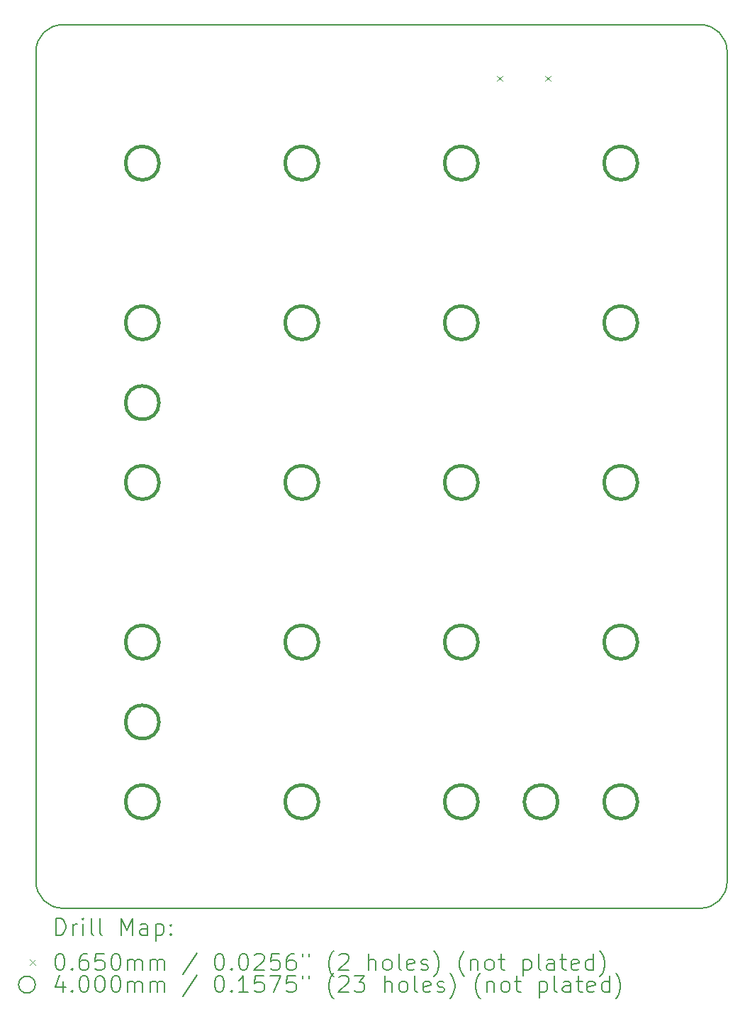
<source format=gbr>
%TF.GenerationSoftware,KiCad,Pcbnew,7.0.2*%
%TF.CreationDate,2023-08-22T20:03:16-07:00*%
%TF.ProjectId,4x5Macro-Numpad-USBC,3478354d-6163-4726-9f2d-4e756d706164,rev?*%
%TF.SameCoordinates,Original*%
%TF.FileFunction,Drillmap*%
%TF.FilePolarity,Positive*%
%FSLAX45Y45*%
G04 Gerber Fmt 4.5, Leading zero omitted, Abs format (unit mm)*
G04 Created by KiCad (PCBNEW 7.0.2) date 2023-08-22 20:03:16*
%MOMM*%
%LPD*%
G01*
G04 APERTURE LIST*
%ADD10C,0.150000*%
%ADD11C,0.200000*%
%ADD12C,0.065000*%
%ADD13C,0.400000*%
G04 APERTURE END LIST*
D10*
X19304000Y-3492500D02*
G75*
G03*
X18986500Y-3175000I-317500J0D01*
G01*
X11049000Y-13398500D02*
X11049000Y-3492500D01*
X11049000Y-13398500D02*
G75*
G03*
X11366500Y-13716000I317500J0D01*
G01*
X18986500Y-13716000D02*
G75*
G03*
X19304000Y-13398500I0J317500D01*
G01*
X19304000Y-3492500D02*
X19304000Y-13398500D01*
X18986500Y-13716000D02*
X11366500Y-13716000D01*
X11366500Y-3175000D02*
X18986500Y-3175000D01*
X11366500Y-3175000D02*
G75*
G03*
X11049000Y-3492500I0J-317500D01*
G01*
D11*
D12*
X16555500Y-3784000D02*
X16620500Y-3849000D01*
X16620500Y-3784000D02*
X16555500Y-3849000D01*
X17133500Y-3784000D02*
X17198500Y-3849000D01*
X17198500Y-3784000D02*
X17133500Y-3849000D01*
D13*
X12519000Y-4826000D02*
G75*
G03*
X12519000Y-4826000I-200000J0D01*
G01*
X12519000Y-6731000D02*
G75*
G03*
X12519000Y-6731000I-200000J0D01*
G01*
X12519000Y-7683500D02*
G75*
G03*
X12519000Y-7683500I-200000J0D01*
G01*
X12519000Y-8636000D02*
G75*
G03*
X12519000Y-8636000I-200000J0D01*
G01*
X12519000Y-10541000D02*
G75*
G03*
X12519000Y-10541000I-200000J0D01*
G01*
X12519000Y-11493500D02*
G75*
G03*
X12519000Y-11493500I-200000J0D01*
G01*
X12519000Y-12446000D02*
G75*
G03*
X12519000Y-12446000I-200000J0D01*
G01*
X14424000Y-4826000D02*
G75*
G03*
X14424000Y-4826000I-200000J0D01*
G01*
X14424000Y-6731000D02*
G75*
G03*
X14424000Y-6731000I-200000J0D01*
G01*
X14424000Y-8636000D02*
G75*
G03*
X14424000Y-8636000I-200000J0D01*
G01*
X14424000Y-10541000D02*
G75*
G03*
X14424000Y-10541000I-200000J0D01*
G01*
X14424000Y-12446000D02*
G75*
G03*
X14424000Y-12446000I-200000J0D01*
G01*
X16329000Y-4826000D02*
G75*
G03*
X16329000Y-4826000I-200000J0D01*
G01*
X16329000Y-6731000D02*
G75*
G03*
X16329000Y-6731000I-200000J0D01*
G01*
X16329000Y-8636000D02*
G75*
G03*
X16329000Y-8636000I-200000J0D01*
G01*
X16329000Y-10541000D02*
G75*
G03*
X16329000Y-10541000I-200000J0D01*
G01*
X16329000Y-12446000D02*
G75*
G03*
X16329000Y-12446000I-200000J0D01*
G01*
X17281500Y-12446000D02*
G75*
G03*
X17281500Y-12446000I-200000J0D01*
G01*
X18234000Y-4826000D02*
G75*
G03*
X18234000Y-4826000I-200000J0D01*
G01*
X18234000Y-6731000D02*
G75*
G03*
X18234000Y-6731000I-200000J0D01*
G01*
X18234000Y-8636000D02*
G75*
G03*
X18234000Y-8636000I-200000J0D01*
G01*
X18234000Y-10541000D02*
G75*
G03*
X18234000Y-10541000I-200000J0D01*
G01*
X18234000Y-12446000D02*
G75*
G03*
X18234000Y-12446000I-200000J0D01*
G01*
D11*
X11289119Y-14036024D02*
X11289119Y-13836024D01*
X11289119Y-13836024D02*
X11336738Y-13836024D01*
X11336738Y-13836024D02*
X11365309Y-13845548D01*
X11365309Y-13845548D02*
X11384357Y-13864595D01*
X11384357Y-13864595D02*
X11393881Y-13883643D01*
X11393881Y-13883643D02*
X11403405Y-13921738D01*
X11403405Y-13921738D02*
X11403405Y-13950309D01*
X11403405Y-13950309D02*
X11393881Y-13988405D01*
X11393881Y-13988405D02*
X11384357Y-14007452D01*
X11384357Y-14007452D02*
X11365309Y-14026500D01*
X11365309Y-14026500D02*
X11336738Y-14036024D01*
X11336738Y-14036024D02*
X11289119Y-14036024D01*
X11489119Y-14036024D02*
X11489119Y-13902690D01*
X11489119Y-13940786D02*
X11498643Y-13921738D01*
X11498643Y-13921738D02*
X11508167Y-13912214D01*
X11508167Y-13912214D02*
X11527214Y-13902690D01*
X11527214Y-13902690D02*
X11546262Y-13902690D01*
X11612928Y-14036024D02*
X11612928Y-13902690D01*
X11612928Y-13836024D02*
X11603405Y-13845548D01*
X11603405Y-13845548D02*
X11612928Y-13855071D01*
X11612928Y-13855071D02*
X11622452Y-13845548D01*
X11622452Y-13845548D02*
X11612928Y-13836024D01*
X11612928Y-13836024D02*
X11612928Y-13855071D01*
X11736738Y-14036024D02*
X11717690Y-14026500D01*
X11717690Y-14026500D02*
X11708167Y-14007452D01*
X11708167Y-14007452D02*
X11708167Y-13836024D01*
X11841500Y-14036024D02*
X11822452Y-14026500D01*
X11822452Y-14026500D02*
X11812928Y-14007452D01*
X11812928Y-14007452D02*
X11812928Y-13836024D01*
X12070071Y-14036024D02*
X12070071Y-13836024D01*
X12070071Y-13836024D02*
X12136738Y-13978881D01*
X12136738Y-13978881D02*
X12203405Y-13836024D01*
X12203405Y-13836024D02*
X12203405Y-14036024D01*
X12384357Y-14036024D02*
X12384357Y-13931262D01*
X12384357Y-13931262D02*
X12374833Y-13912214D01*
X12374833Y-13912214D02*
X12355786Y-13902690D01*
X12355786Y-13902690D02*
X12317690Y-13902690D01*
X12317690Y-13902690D02*
X12298643Y-13912214D01*
X12384357Y-14026500D02*
X12365309Y-14036024D01*
X12365309Y-14036024D02*
X12317690Y-14036024D01*
X12317690Y-14036024D02*
X12298643Y-14026500D01*
X12298643Y-14026500D02*
X12289119Y-14007452D01*
X12289119Y-14007452D02*
X12289119Y-13988405D01*
X12289119Y-13988405D02*
X12298643Y-13969357D01*
X12298643Y-13969357D02*
X12317690Y-13959833D01*
X12317690Y-13959833D02*
X12365309Y-13959833D01*
X12365309Y-13959833D02*
X12384357Y-13950309D01*
X12479595Y-13902690D02*
X12479595Y-14102690D01*
X12479595Y-13912214D02*
X12498643Y-13902690D01*
X12498643Y-13902690D02*
X12536738Y-13902690D01*
X12536738Y-13902690D02*
X12555786Y-13912214D01*
X12555786Y-13912214D02*
X12565309Y-13921738D01*
X12565309Y-13921738D02*
X12574833Y-13940786D01*
X12574833Y-13940786D02*
X12574833Y-13997928D01*
X12574833Y-13997928D02*
X12565309Y-14016976D01*
X12565309Y-14016976D02*
X12555786Y-14026500D01*
X12555786Y-14026500D02*
X12536738Y-14036024D01*
X12536738Y-14036024D02*
X12498643Y-14036024D01*
X12498643Y-14036024D02*
X12479595Y-14026500D01*
X12660548Y-14016976D02*
X12670071Y-14026500D01*
X12670071Y-14026500D02*
X12660548Y-14036024D01*
X12660548Y-14036024D02*
X12651024Y-14026500D01*
X12651024Y-14026500D02*
X12660548Y-14016976D01*
X12660548Y-14016976D02*
X12660548Y-14036024D01*
X12660548Y-13912214D02*
X12670071Y-13921738D01*
X12670071Y-13921738D02*
X12660548Y-13931262D01*
X12660548Y-13931262D02*
X12651024Y-13921738D01*
X12651024Y-13921738D02*
X12660548Y-13912214D01*
X12660548Y-13912214D02*
X12660548Y-13931262D01*
D12*
X10976500Y-14331000D02*
X11041500Y-14396000D01*
X11041500Y-14331000D02*
X10976500Y-14396000D01*
D11*
X11327214Y-14256024D02*
X11346262Y-14256024D01*
X11346262Y-14256024D02*
X11365309Y-14265548D01*
X11365309Y-14265548D02*
X11374833Y-14275071D01*
X11374833Y-14275071D02*
X11384357Y-14294119D01*
X11384357Y-14294119D02*
X11393881Y-14332214D01*
X11393881Y-14332214D02*
X11393881Y-14379833D01*
X11393881Y-14379833D02*
X11384357Y-14417928D01*
X11384357Y-14417928D02*
X11374833Y-14436976D01*
X11374833Y-14436976D02*
X11365309Y-14446500D01*
X11365309Y-14446500D02*
X11346262Y-14456024D01*
X11346262Y-14456024D02*
X11327214Y-14456024D01*
X11327214Y-14456024D02*
X11308167Y-14446500D01*
X11308167Y-14446500D02*
X11298643Y-14436976D01*
X11298643Y-14436976D02*
X11289119Y-14417928D01*
X11289119Y-14417928D02*
X11279595Y-14379833D01*
X11279595Y-14379833D02*
X11279595Y-14332214D01*
X11279595Y-14332214D02*
X11289119Y-14294119D01*
X11289119Y-14294119D02*
X11298643Y-14275071D01*
X11298643Y-14275071D02*
X11308167Y-14265548D01*
X11308167Y-14265548D02*
X11327214Y-14256024D01*
X11479595Y-14436976D02*
X11489119Y-14446500D01*
X11489119Y-14446500D02*
X11479595Y-14456024D01*
X11479595Y-14456024D02*
X11470071Y-14446500D01*
X11470071Y-14446500D02*
X11479595Y-14436976D01*
X11479595Y-14436976D02*
X11479595Y-14456024D01*
X11660548Y-14256024D02*
X11622452Y-14256024D01*
X11622452Y-14256024D02*
X11603405Y-14265548D01*
X11603405Y-14265548D02*
X11593881Y-14275071D01*
X11593881Y-14275071D02*
X11574833Y-14303643D01*
X11574833Y-14303643D02*
X11565309Y-14341738D01*
X11565309Y-14341738D02*
X11565309Y-14417928D01*
X11565309Y-14417928D02*
X11574833Y-14436976D01*
X11574833Y-14436976D02*
X11584357Y-14446500D01*
X11584357Y-14446500D02*
X11603405Y-14456024D01*
X11603405Y-14456024D02*
X11641500Y-14456024D01*
X11641500Y-14456024D02*
X11660548Y-14446500D01*
X11660548Y-14446500D02*
X11670071Y-14436976D01*
X11670071Y-14436976D02*
X11679595Y-14417928D01*
X11679595Y-14417928D02*
X11679595Y-14370309D01*
X11679595Y-14370309D02*
X11670071Y-14351262D01*
X11670071Y-14351262D02*
X11660548Y-14341738D01*
X11660548Y-14341738D02*
X11641500Y-14332214D01*
X11641500Y-14332214D02*
X11603405Y-14332214D01*
X11603405Y-14332214D02*
X11584357Y-14341738D01*
X11584357Y-14341738D02*
X11574833Y-14351262D01*
X11574833Y-14351262D02*
X11565309Y-14370309D01*
X11860548Y-14256024D02*
X11765309Y-14256024D01*
X11765309Y-14256024D02*
X11755786Y-14351262D01*
X11755786Y-14351262D02*
X11765309Y-14341738D01*
X11765309Y-14341738D02*
X11784357Y-14332214D01*
X11784357Y-14332214D02*
X11831976Y-14332214D01*
X11831976Y-14332214D02*
X11851024Y-14341738D01*
X11851024Y-14341738D02*
X11860548Y-14351262D01*
X11860548Y-14351262D02*
X11870071Y-14370309D01*
X11870071Y-14370309D02*
X11870071Y-14417928D01*
X11870071Y-14417928D02*
X11860548Y-14436976D01*
X11860548Y-14436976D02*
X11851024Y-14446500D01*
X11851024Y-14446500D02*
X11831976Y-14456024D01*
X11831976Y-14456024D02*
X11784357Y-14456024D01*
X11784357Y-14456024D02*
X11765309Y-14446500D01*
X11765309Y-14446500D02*
X11755786Y-14436976D01*
X11993881Y-14256024D02*
X12012929Y-14256024D01*
X12012929Y-14256024D02*
X12031976Y-14265548D01*
X12031976Y-14265548D02*
X12041500Y-14275071D01*
X12041500Y-14275071D02*
X12051024Y-14294119D01*
X12051024Y-14294119D02*
X12060548Y-14332214D01*
X12060548Y-14332214D02*
X12060548Y-14379833D01*
X12060548Y-14379833D02*
X12051024Y-14417928D01*
X12051024Y-14417928D02*
X12041500Y-14436976D01*
X12041500Y-14436976D02*
X12031976Y-14446500D01*
X12031976Y-14446500D02*
X12012929Y-14456024D01*
X12012929Y-14456024D02*
X11993881Y-14456024D01*
X11993881Y-14456024D02*
X11974833Y-14446500D01*
X11974833Y-14446500D02*
X11965309Y-14436976D01*
X11965309Y-14436976D02*
X11955786Y-14417928D01*
X11955786Y-14417928D02*
X11946262Y-14379833D01*
X11946262Y-14379833D02*
X11946262Y-14332214D01*
X11946262Y-14332214D02*
X11955786Y-14294119D01*
X11955786Y-14294119D02*
X11965309Y-14275071D01*
X11965309Y-14275071D02*
X11974833Y-14265548D01*
X11974833Y-14265548D02*
X11993881Y-14256024D01*
X12146262Y-14456024D02*
X12146262Y-14322690D01*
X12146262Y-14341738D02*
X12155786Y-14332214D01*
X12155786Y-14332214D02*
X12174833Y-14322690D01*
X12174833Y-14322690D02*
X12203405Y-14322690D01*
X12203405Y-14322690D02*
X12222452Y-14332214D01*
X12222452Y-14332214D02*
X12231976Y-14351262D01*
X12231976Y-14351262D02*
X12231976Y-14456024D01*
X12231976Y-14351262D02*
X12241500Y-14332214D01*
X12241500Y-14332214D02*
X12260548Y-14322690D01*
X12260548Y-14322690D02*
X12289119Y-14322690D01*
X12289119Y-14322690D02*
X12308167Y-14332214D01*
X12308167Y-14332214D02*
X12317690Y-14351262D01*
X12317690Y-14351262D02*
X12317690Y-14456024D01*
X12412929Y-14456024D02*
X12412929Y-14322690D01*
X12412929Y-14341738D02*
X12422452Y-14332214D01*
X12422452Y-14332214D02*
X12441500Y-14322690D01*
X12441500Y-14322690D02*
X12470071Y-14322690D01*
X12470071Y-14322690D02*
X12489119Y-14332214D01*
X12489119Y-14332214D02*
X12498643Y-14351262D01*
X12498643Y-14351262D02*
X12498643Y-14456024D01*
X12498643Y-14351262D02*
X12508167Y-14332214D01*
X12508167Y-14332214D02*
X12527214Y-14322690D01*
X12527214Y-14322690D02*
X12555786Y-14322690D01*
X12555786Y-14322690D02*
X12574833Y-14332214D01*
X12574833Y-14332214D02*
X12584357Y-14351262D01*
X12584357Y-14351262D02*
X12584357Y-14456024D01*
X12974833Y-14246500D02*
X12803405Y-14503643D01*
X13231976Y-14256024D02*
X13251024Y-14256024D01*
X13251024Y-14256024D02*
X13270072Y-14265548D01*
X13270072Y-14265548D02*
X13279595Y-14275071D01*
X13279595Y-14275071D02*
X13289119Y-14294119D01*
X13289119Y-14294119D02*
X13298643Y-14332214D01*
X13298643Y-14332214D02*
X13298643Y-14379833D01*
X13298643Y-14379833D02*
X13289119Y-14417928D01*
X13289119Y-14417928D02*
X13279595Y-14436976D01*
X13279595Y-14436976D02*
X13270072Y-14446500D01*
X13270072Y-14446500D02*
X13251024Y-14456024D01*
X13251024Y-14456024D02*
X13231976Y-14456024D01*
X13231976Y-14456024D02*
X13212929Y-14446500D01*
X13212929Y-14446500D02*
X13203405Y-14436976D01*
X13203405Y-14436976D02*
X13193881Y-14417928D01*
X13193881Y-14417928D02*
X13184357Y-14379833D01*
X13184357Y-14379833D02*
X13184357Y-14332214D01*
X13184357Y-14332214D02*
X13193881Y-14294119D01*
X13193881Y-14294119D02*
X13203405Y-14275071D01*
X13203405Y-14275071D02*
X13212929Y-14265548D01*
X13212929Y-14265548D02*
X13231976Y-14256024D01*
X13384357Y-14436976D02*
X13393881Y-14446500D01*
X13393881Y-14446500D02*
X13384357Y-14456024D01*
X13384357Y-14456024D02*
X13374833Y-14446500D01*
X13374833Y-14446500D02*
X13384357Y-14436976D01*
X13384357Y-14436976D02*
X13384357Y-14456024D01*
X13517691Y-14256024D02*
X13536738Y-14256024D01*
X13536738Y-14256024D02*
X13555786Y-14265548D01*
X13555786Y-14265548D02*
X13565310Y-14275071D01*
X13565310Y-14275071D02*
X13574833Y-14294119D01*
X13574833Y-14294119D02*
X13584357Y-14332214D01*
X13584357Y-14332214D02*
X13584357Y-14379833D01*
X13584357Y-14379833D02*
X13574833Y-14417928D01*
X13574833Y-14417928D02*
X13565310Y-14436976D01*
X13565310Y-14436976D02*
X13555786Y-14446500D01*
X13555786Y-14446500D02*
X13536738Y-14456024D01*
X13536738Y-14456024D02*
X13517691Y-14456024D01*
X13517691Y-14456024D02*
X13498643Y-14446500D01*
X13498643Y-14446500D02*
X13489119Y-14436976D01*
X13489119Y-14436976D02*
X13479595Y-14417928D01*
X13479595Y-14417928D02*
X13470072Y-14379833D01*
X13470072Y-14379833D02*
X13470072Y-14332214D01*
X13470072Y-14332214D02*
X13479595Y-14294119D01*
X13479595Y-14294119D02*
X13489119Y-14275071D01*
X13489119Y-14275071D02*
X13498643Y-14265548D01*
X13498643Y-14265548D02*
X13517691Y-14256024D01*
X13660548Y-14275071D02*
X13670072Y-14265548D01*
X13670072Y-14265548D02*
X13689119Y-14256024D01*
X13689119Y-14256024D02*
X13736738Y-14256024D01*
X13736738Y-14256024D02*
X13755786Y-14265548D01*
X13755786Y-14265548D02*
X13765310Y-14275071D01*
X13765310Y-14275071D02*
X13774833Y-14294119D01*
X13774833Y-14294119D02*
X13774833Y-14313167D01*
X13774833Y-14313167D02*
X13765310Y-14341738D01*
X13765310Y-14341738D02*
X13651024Y-14456024D01*
X13651024Y-14456024D02*
X13774833Y-14456024D01*
X13955786Y-14256024D02*
X13860548Y-14256024D01*
X13860548Y-14256024D02*
X13851024Y-14351262D01*
X13851024Y-14351262D02*
X13860548Y-14341738D01*
X13860548Y-14341738D02*
X13879595Y-14332214D01*
X13879595Y-14332214D02*
X13927214Y-14332214D01*
X13927214Y-14332214D02*
X13946262Y-14341738D01*
X13946262Y-14341738D02*
X13955786Y-14351262D01*
X13955786Y-14351262D02*
X13965310Y-14370309D01*
X13965310Y-14370309D02*
X13965310Y-14417928D01*
X13965310Y-14417928D02*
X13955786Y-14436976D01*
X13955786Y-14436976D02*
X13946262Y-14446500D01*
X13946262Y-14446500D02*
X13927214Y-14456024D01*
X13927214Y-14456024D02*
X13879595Y-14456024D01*
X13879595Y-14456024D02*
X13860548Y-14446500D01*
X13860548Y-14446500D02*
X13851024Y-14436976D01*
X14136738Y-14256024D02*
X14098643Y-14256024D01*
X14098643Y-14256024D02*
X14079595Y-14265548D01*
X14079595Y-14265548D02*
X14070072Y-14275071D01*
X14070072Y-14275071D02*
X14051024Y-14303643D01*
X14051024Y-14303643D02*
X14041500Y-14341738D01*
X14041500Y-14341738D02*
X14041500Y-14417928D01*
X14041500Y-14417928D02*
X14051024Y-14436976D01*
X14051024Y-14436976D02*
X14060548Y-14446500D01*
X14060548Y-14446500D02*
X14079595Y-14456024D01*
X14079595Y-14456024D02*
X14117691Y-14456024D01*
X14117691Y-14456024D02*
X14136738Y-14446500D01*
X14136738Y-14446500D02*
X14146262Y-14436976D01*
X14146262Y-14436976D02*
X14155786Y-14417928D01*
X14155786Y-14417928D02*
X14155786Y-14370309D01*
X14155786Y-14370309D02*
X14146262Y-14351262D01*
X14146262Y-14351262D02*
X14136738Y-14341738D01*
X14136738Y-14341738D02*
X14117691Y-14332214D01*
X14117691Y-14332214D02*
X14079595Y-14332214D01*
X14079595Y-14332214D02*
X14060548Y-14341738D01*
X14060548Y-14341738D02*
X14051024Y-14351262D01*
X14051024Y-14351262D02*
X14041500Y-14370309D01*
X14231976Y-14256024D02*
X14231976Y-14294119D01*
X14308167Y-14256024D02*
X14308167Y-14294119D01*
X14603405Y-14532214D02*
X14593881Y-14522690D01*
X14593881Y-14522690D02*
X14574834Y-14494119D01*
X14574834Y-14494119D02*
X14565310Y-14475071D01*
X14565310Y-14475071D02*
X14555786Y-14446500D01*
X14555786Y-14446500D02*
X14546262Y-14398881D01*
X14546262Y-14398881D02*
X14546262Y-14360786D01*
X14546262Y-14360786D02*
X14555786Y-14313167D01*
X14555786Y-14313167D02*
X14565310Y-14284595D01*
X14565310Y-14284595D02*
X14574834Y-14265548D01*
X14574834Y-14265548D02*
X14593881Y-14236976D01*
X14593881Y-14236976D02*
X14603405Y-14227452D01*
X14670072Y-14275071D02*
X14679595Y-14265548D01*
X14679595Y-14265548D02*
X14698643Y-14256024D01*
X14698643Y-14256024D02*
X14746262Y-14256024D01*
X14746262Y-14256024D02*
X14765310Y-14265548D01*
X14765310Y-14265548D02*
X14774834Y-14275071D01*
X14774834Y-14275071D02*
X14784357Y-14294119D01*
X14784357Y-14294119D02*
X14784357Y-14313167D01*
X14784357Y-14313167D02*
X14774834Y-14341738D01*
X14774834Y-14341738D02*
X14660548Y-14456024D01*
X14660548Y-14456024D02*
X14784357Y-14456024D01*
X15022453Y-14456024D02*
X15022453Y-14256024D01*
X15108167Y-14456024D02*
X15108167Y-14351262D01*
X15108167Y-14351262D02*
X15098643Y-14332214D01*
X15098643Y-14332214D02*
X15079596Y-14322690D01*
X15079596Y-14322690D02*
X15051024Y-14322690D01*
X15051024Y-14322690D02*
X15031976Y-14332214D01*
X15031976Y-14332214D02*
X15022453Y-14341738D01*
X15231976Y-14456024D02*
X15212929Y-14446500D01*
X15212929Y-14446500D02*
X15203405Y-14436976D01*
X15203405Y-14436976D02*
X15193881Y-14417928D01*
X15193881Y-14417928D02*
X15193881Y-14360786D01*
X15193881Y-14360786D02*
X15203405Y-14341738D01*
X15203405Y-14341738D02*
X15212929Y-14332214D01*
X15212929Y-14332214D02*
X15231976Y-14322690D01*
X15231976Y-14322690D02*
X15260548Y-14322690D01*
X15260548Y-14322690D02*
X15279596Y-14332214D01*
X15279596Y-14332214D02*
X15289119Y-14341738D01*
X15289119Y-14341738D02*
X15298643Y-14360786D01*
X15298643Y-14360786D02*
X15298643Y-14417928D01*
X15298643Y-14417928D02*
X15289119Y-14436976D01*
X15289119Y-14436976D02*
X15279596Y-14446500D01*
X15279596Y-14446500D02*
X15260548Y-14456024D01*
X15260548Y-14456024D02*
X15231976Y-14456024D01*
X15412929Y-14456024D02*
X15393881Y-14446500D01*
X15393881Y-14446500D02*
X15384357Y-14427452D01*
X15384357Y-14427452D02*
X15384357Y-14256024D01*
X15565310Y-14446500D02*
X15546262Y-14456024D01*
X15546262Y-14456024D02*
X15508167Y-14456024D01*
X15508167Y-14456024D02*
X15489119Y-14446500D01*
X15489119Y-14446500D02*
X15479596Y-14427452D01*
X15479596Y-14427452D02*
X15479596Y-14351262D01*
X15479596Y-14351262D02*
X15489119Y-14332214D01*
X15489119Y-14332214D02*
X15508167Y-14322690D01*
X15508167Y-14322690D02*
X15546262Y-14322690D01*
X15546262Y-14322690D02*
X15565310Y-14332214D01*
X15565310Y-14332214D02*
X15574834Y-14351262D01*
X15574834Y-14351262D02*
X15574834Y-14370309D01*
X15574834Y-14370309D02*
X15479596Y-14389357D01*
X15651024Y-14446500D02*
X15670072Y-14456024D01*
X15670072Y-14456024D02*
X15708167Y-14456024D01*
X15708167Y-14456024D02*
X15727215Y-14446500D01*
X15727215Y-14446500D02*
X15736738Y-14427452D01*
X15736738Y-14427452D02*
X15736738Y-14417928D01*
X15736738Y-14417928D02*
X15727215Y-14398881D01*
X15727215Y-14398881D02*
X15708167Y-14389357D01*
X15708167Y-14389357D02*
X15679596Y-14389357D01*
X15679596Y-14389357D02*
X15660548Y-14379833D01*
X15660548Y-14379833D02*
X15651024Y-14360786D01*
X15651024Y-14360786D02*
X15651024Y-14351262D01*
X15651024Y-14351262D02*
X15660548Y-14332214D01*
X15660548Y-14332214D02*
X15679596Y-14322690D01*
X15679596Y-14322690D02*
X15708167Y-14322690D01*
X15708167Y-14322690D02*
X15727215Y-14332214D01*
X15803405Y-14532214D02*
X15812929Y-14522690D01*
X15812929Y-14522690D02*
X15831977Y-14494119D01*
X15831977Y-14494119D02*
X15841500Y-14475071D01*
X15841500Y-14475071D02*
X15851024Y-14446500D01*
X15851024Y-14446500D02*
X15860548Y-14398881D01*
X15860548Y-14398881D02*
X15860548Y-14360786D01*
X15860548Y-14360786D02*
X15851024Y-14313167D01*
X15851024Y-14313167D02*
X15841500Y-14284595D01*
X15841500Y-14284595D02*
X15831977Y-14265548D01*
X15831977Y-14265548D02*
X15812929Y-14236976D01*
X15812929Y-14236976D02*
X15803405Y-14227452D01*
X16165310Y-14532214D02*
X16155786Y-14522690D01*
X16155786Y-14522690D02*
X16136738Y-14494119D01*
X16136738Y-14494119D02*
X16127215Y-14475071D01*
X16127215Y-14475071D02*
X16117691Y-14446500D01*
X16117691Y-14446500D02*
X16108167Y-14398881D01*
X16108167Y-14398881D02*
X16108167Y-14360786D01*
X16108167Y-14360786D02*
X16117691Y-14313167D01*
X16117691Y-14313167D02*
X16127215Y-14284595D01*
X16127215Y-14284595D02*
X16136738Y-14265548D01*
X16136738Y-14265548D02*
X16155786Y-14236976D01*
X16155786Y-14236976D02*
X16165310Y-14227452D01*
X16241500Y-14322690D02*
X16241500Y-14456024D01*
X16241500Y-14341738D02*
X16251024Y-14332214D01*
X16251024Y-14332214D02*
X16270072Y-14322690D01*
X16270072Y-14322690D02*
X16298643Y-14322690D01*
X16298643Y-14322690D02*
X16317691Y-14332214D01*
X16317691Y-14332214D02*
X16327215Y-14351262D01*
X16327215Y-14351262D02*
X16327215Y-14456024D01*
X16451024Y-14456024D02*
X16431977Y-14446500D01*
X16431977Y-14446500D02*
X16422453Y-14436976D01*
X16422453Y-14436976D02*
X16412929Y-14417928D01*
X16412929Y-14417928D02*
X16412929Y-14360786D01*
X16412929Y-14360786D02*
X16422453Y-14341738D01*
X16422453Y-14341738D02*
X16431977Y-14332214D01*
X16431977Y-14332214D02*
X16451024Y-14322690D01*
X16451024Y-14322690D02*
X16479596Y-14322690D01*
X16479596Y-14322690D02*
X16498643Y-14332214D01*
X16498643Y-14332214D02*
X16508167Y-14341738D01*
X16508167Y-14341738D02*
X16517691Y-14360786D01*
X16517691Y-14360786D02*
X16517691Y-14417928D01*
X16517691Y-14417928D02*
X16508167Y-14436976D01*
X16508167Y-14436976D02*
X16498643Y-14446500D01*
X16498643Y-14446500D02*
X16479596Y-14456024D01*
X16479596Y-14456024D02*
X16451024Y-14456024D01*
X16574834Y-14322690D02*
X16651024Y-14322690D01*
X16603405Y-14256024D02*
X16603405Y-14427452D01*
X16603405Y-14427452D02*
X16612929Y-14446500D01*
X16612929Y-14446500D02*
X16631977Y-14456024D01*
X16631977Y-14456024D02*
X16651024Y-14456024D01*
X16870072Y-14322690D02*
X16870072Y-14522690D01*
X16870072Y-14332214D02*
X16889120Y-14322690D01*
X16889120Y-14322690D02*
X16927215Y-14322690D01*
X16927215Y-14322690D02*
X16946262Y-14332214D01*
X16946262Y-14332214D02*
X16955786Y-14341738D01*
X16955786Y-14341738D02*
X16965310Y-14360786D01*
X16965310Y-14360786D02*
X16965310Y-14417928D01*
X16965310Y-14417928D02*
X16955786Y-14436976D01*
X16955786Y-14436976D02*
X16946262Y-14446500D01*
X16946262Y-14446500D02*
X16927215Y-14456024D01*
X16927215Y-14456024D02*
X16889120Y-14456024D01*
X16889120Y-14456024D02*
X16870072Y-14446500D01*
X17079596Y-14456024D02*
X17060548Y-14446500D01*
X17060548Y-14446500D02*
X17051024Y-14427452D01*
X17051024Y-14427452D02*
X17051024Y-14256024D01*
X17241501Y-14456024D02*
X17241501Y-14351262D01*
X17241501Y-14351262D02*
X17231977Y-14332214D01*
X17231977Y-14332214D02*
X17212929Y-14322690D01*
X17212929Y-14322690D02*
X17174834Y-14322690D01*
X17174834Y-14322690D02*
X17155786Y-14332214D01*
X17241501Y-14446500D02*
X17222453Y-14456024D01*
X17222453Y-14456024D02*
X17174834Y-14456024D01*
X17174834Y-14456024D02*
X17155786Y-14446500D01*
X17155786Y-14446500D02*
X17146262Y-14427452D01*
X17146262Y-14427452D02*
X17146262Y-14408405D01*
X17146262Y-14408405D02*
X17155786Y-14389357D01*
X17155786Y-14389357D02*
X17174834Y-14379833D01*
X17174834Y-14379833D02*
X17222453Y-14379833D01*
X17222453Y-14379833D02*
X17241501Y-14370309D01*
X17308167Y-14322690D02*
X17384358Y-14322690D01*
X17336739Y-14256024D02*
X17336739Y-14427452D01*
X17336739Y-14427452D02*
X17346262Y-14446500D01*
X17346262Y-14446500D02*
X17365310Y-14456024D01*
X17365310Y-14456024D02*
X17384358Y-14456024D01*
X17527215Y-14446500D02*
X17508167Y-14456024D01*
X17508167Y-14456024D02*
X17470072Y-14456024D01*
X17470072Y-14456024D02*
X17451024Y-14446500D01*
X17451024Y-14446500D02*
X17441501Y-14427452D01*
X17441501Y-14427452D02*
X17441501Y-14351262D01*
X17441501Y-14351262D02*
X17451024Y-14332214D01*
X17451024Y-14332214D02*
X17470072Y-14322690D01*
X17470072Y-14322690D02*
X17508167Y-14322690D01*
X17508167Y-14322690D02*
X17527215Y-14332214D01*
X17527215Y-14332214D02*
X17536739Y-14351262D01*
X17536739Y-14351262D02*
X17536739Y-14370309D01*
X17536739Y-14370309D02*
X17441501Y-14389357D01*
X17708167Y-14456024D02*
X17708167Y-14256024D01*
X17708167Y-14446500D02*
X17689120Y-14456024D01*
X17689120Y-14456024D02*
X17651024Y-14456024D01*
X17651024Y-14456024D02*
X17631977Y-14446500D01*
X17631977Y-14446500D02*
X17622453Y-14436976D01*
X17622453Y-14436976D02*
X17612929Y-14417928D01*
X17612929Y-14417928D02*
X17612929Y-14360786D01*
X17612929Y-14360786D02*
X17622453Y-14341738D01*
X17622453Y-14341738D02*
X17631977Y-14332214D01*
X17631977Y-14332214D02*
X17651024Y-14322690D01*
X17651024Y-14322690D02*
X17689120Y-14322690D01*
X17689120Y-14322690D02*
X17708167Y-14332214D01*
X17784358Y-14532214D02*
X17793882Y-14522690D01*
X17793882Y-14522690D02*
X17812929Y-14494119D01*
X17812929Y-14494119D02*
X17822453Y-14475071D01*
X17822453Y-14475071D02*
X17831977Y-14446500D01*
X17831977Y-14446500D02*
X17841501Y-14398881D01*
X17841501Y-14398881D02*
X17841501Y-14360786D01*
X17841501Y-14360786D02*
X17831977Y-14313167D01*
X17831977Y-14313167D02*
X17822453Y-14284595D01*
X17822453Y-14284595D02*
X17812929Y-14265548D01*
X17812929Y-14265548D02*
X17793882Y-14236976D01*
X17793882Y-14236976D02*
X17784358Y-14227452D01*
X11041500Y-14627500D02*
G75*
G03*
X11041500Y-14627500I-100000J0D01*
G01*
X11374833Y-14586690D02*
X11374833Y-14720024D01*
X11327214Y-14510500D02*
X11279595Y-14653357D01*
X11279595Y-14653357D02*
X11403405Y-14653357D01*
X11479595Y-14700976D02*
X11489119Y-14710500D01*
X11489119Y-14710500D02*
X11479595Y-14720024D01*
X11479595Y-14720024D02*
X11470071Y-14710500D01*
X11470071Y-14710500D02*
X11479595Y-14700976D01*
X11479595Y-14700976D02*
X11479595Y-14720024D01*
X11612928Y-14520024D02*
X11631976Y-14520024D01*
X11631976Y-14520024D02*
X11651024Y-14529548D01*
X11651024Y-14529548D02*
X11660548Y-14539071D01*
X11660548Y-14539071D02*
X11670071Y-14558119D01*
X11670071Y-14558119D02*
X11679595Y-14596214D01*
X11679595Y-14596214D02*
X11679595Y-14643833D01*
X11679595Y-14643833D02*
X11670071Y-14681928D01*
X11670071Y-14681928D02*
X11660548Y-14700976D01*
X11660548Y-14700976D02*
X11651024Y-14710500D01*
X11651024Y-14710500D02*
X11631976Y-14720024D01*
X11631976Y-14720024D02*
X11612928Y-14720024D01*
X11612928Y-14720024D02*
X11593881Y-14710500D01*
X11593881Y-14710500D02*
X11584357Y-14700976D01*
X11584357Y-14700976D02*
X11574833Y-14681928D01*
X11574833Y-14681928D02*
X11565309Y-14643833D01*
X11565309Y-14643833D02*
X11565309Y-14596214D01*
X11565309Y-14596214D02*
X11574833Y-14558119D01*
X11574833Y-14558119D02*
X11584357Y-14539071D01*
X11584357Y-14539071D02*
X11593881Y-14529548D01*
X11593881Y-14529548D02*
X11612928Y-14520024D01*
X11803405Y-14520024D02*
X11822452Y-14520024D01*
X11822452Y-14520024D02*
X11841500Y-14529548D01*
X11841500Y-14529548D02*
X11851024Y-14539071D01*
X11851024Y-14539071D02*
X11860548Y-14558119D01*
X11860548Y-14558119D02*
X11870071Y-14596214D01*
X11870071Y-14596214D02*
X11870071Y-14643833D01*
X11870071Y-14643833D02*
X11860548Y-14681928D01*
X11860548Y-14681928D02*
X11851024Y-14700976D01*
X11851024Y-14700976D02*
X11841500Y-14710500D01*
X11841500Y-14710500D02*
X11822452Y-14720024D01*
X11822452Y-14720024D02*
X11803405Y-14720024D01*
X11803405Y-14720024D02*
X11784357Y-14710500D01*
X11784357Y-14710500D02*
X11774833Y-14700976D01*
X11774833Y-14700976D02*
X11765309Y-14681928D01*
X11765309Y-14681928D02*
X11755786Y-14643833D01*
X11755786Y-14643833D02*
X11755786Y-14596214D01*
X11755786Y-14596214D02*
X11765309Y-14558119D01*
X11765309Y-14558119D02*
X11774833Y-14539071D01*
X11774833Y-14539071D02*
X11784357Y-14529548D01*
X11784357Y-14529548D02*
X11803405Y-14520024D01*
X11993881Y-14520024D02*
X12012929Y-14520024D01*
X12012929Y-14520024D02*
X12031976Y-14529548D01*
X12031976Y-14529548D02*
X12041500Y-14539071D01*
X12041500Y-14539071D02*
X12051024Y-14558119D01*
X12051024Y-14558119D02*
X12060548Y-14596214D01*
X12060548Y-14596214D02*
X12060548Y-14643833D01*
X12060548Y-14643833D02*
X12051024Y-14681928D01*
X12051024Y-14681928D02*
X12041500Y-14700976D01*
X12041500Y-14700976D02*
X12031976Y-14710500D01*
X12031976Y-14710500D02*
X12012929Y-14720024D01*
X12012929Y-14720024D02*
X11993881Y-14720024D01*
X11993881Y-14720024D02*
X11974833Y-14710500D01*
X11974833Y-14710500D02*
X11965309Y-14700976D01*
X11965309Y-14700976D02*
X11955786Y-14681928D01*
X11955786Y-14681928D02*
X11946262Y-14643833D01*
X11946262Y-14643833D02*
X11946262Y-14596214D01*
X11946262Y-14596214D02*
X11955786Y-14558119D01*
X11955786Y-14558119D02*
X11965309Y-14539071D01*
X11965309Y-14539071D02*
X11974833Y-14529548D01*
X11974833Y-14529548D02*
X11993881Y-14520024D01*
X12146262Y-14720024D02*
X12146262Y-14586690D01*
X12146262Y-14605738D02*
X12155786Y-14596214D01*
X12155786Y-14596214D02*
X12174833Y-14586690D01*
X12174833Y-14586690D02*
X12203405Y-14586690D01*
X12203405Y-14586690D02*
X12222452Y-14596214D01*
X12222452Y-14596214D02*
X12231976Y-14615262D01*
X12231976Y-14615262D02*
X12231976Y-14720024D01*
X12231976Y-14615262D02*
X12241500Y-14596214D01*
X12241500Y-14596214D02*
X12260548Y-14586690D01*
X12260548Y-14586690D02*
X12289119Y-14586690D01*
X12289119Y-14586690D02*
X12308167Y-14596214D01*
X12308167Y-14596214D02*
X12317690Y-14615262D01*
X12317690Y-14615262D02*
X12317690Y-14720024D01*
X12412929Y-14720024D02*
X12412929Y-14586690D01*
X12412929Y-14605738D02*
X12422452Y-14596214D01*
X12422452Y-14596214D02*
X12441500Y-14586690D01*
X12441500Y-14586690D02*
X12470071Y-14586690D01*
X12470071Y-14586690D02*
X12489119Y-14596214D01*
X12489119Y-14596214D02*
X12498643Y-14615262D01*
X12498643Y-14615262D02*
X12498643Y-14720024D01*
X12498643Y-14615262D02*
X12508167Y-14596214D01*
X12508167Y-14596214D02*
X12527214Y-14586690D01*
X12527214Y-14586690D02*
X12555786Y-14586690D01*
X12555786Y-14586690D02*
X12574833Y-14596214D01*
X12574833Y-14596214D02*
X12584357Y-14615262D01*
X12584357Y-14615262D02*
X12584357Y-14720024D01*
X12974833Y-14510500D02*
X12803405Y-14767643D01*
X13231976Y-14520024D02*
X13251024Y-14520024D01*
X13251024Y-14520024D02*
X13270072Y-14529548D01*
X13270072Y-14529548D02*
X13279595Y-14539071D01*
X13279595Y-14539071D02*
X13289119Y-14558119D01*
X13289119Y-14558119D02*
X13298643Y-14596214D01*
X13298643Y-14596214D02*
X13298643Y-14643833D01*
X13298643Y-14643833D02*
X13289119Y-14681928D01*
X13289119Y-14681928D02*
X13279595Y-14700976D01*
X13279595Y-14700976D02*
X13270072Y-14710500D01*
X13270072Y-14710500D02*
X13251024Y-14720024D01*
X13251024Y-14720024D02*
X13231976Y-14720024D01*
X13231976Y-14720024D02*
X13212929Y-14710500D01*
X13212929Y-14710500D02*
X13203405Y-14700976D01*
X13203405Y-14700976D02*
X13193881Y-14681928D01*
X13193881Y-14681928D02*
X13184357Y-14643833D01*
X13184357Y-14643833D02*
X13184357Y-14596214D01*
X13184357Y-14596214D02*
X13193881Y-14558119D01*
X13193881Y-14558119D02*
X13203405Y-14539071D01*
X13203405Y-14539071D02*
X13212929Y-14529548D01*
X13212929Y-14529548D02*
X13231976Y-14520024D01*
X13384357Y-14700976D02*
X13393881Y-14710500D01*
X13393881Y-14710500D02*
X13384357Y-14720024D01*
X13384357Y-14720024D02*
X13374833Y-14710500D01*
X13374833Y-14710500D02*
X13384357Y-14700976D01*
X13384357Y-14700976D02*
X13384357Y-14720024D01*
X13584357Y-14720024D02*
X13470072Y-14720024D01*
X13527214Y-14720024D02*
X13527214Y-14520024D01*
X13527214Y-14520024D02*
X13508167Y-14548595D01*
X13508167Y-14548595D02*
X13489119Y-14567643D01*
X13489119Y-14567643D02*
X13470072Y-14577167D01*
X13765310Y-14520024D02*
X13670072Y-14520024D01*
X13670072Y-14520024D02*
X13660548Y-14615262D01*
X13660548Y-14615262D02*
X13670072Y-14605738D01*
X13670072Y-14605738D02*
X13689119Y-14596214D01*
X13689119Y-14596214D02*
X13736738Y-14596214D01*
X13736738Y-14596214D02*
X13755786Y-14605738D01*
X13755786Y-14605738D02*
X13765310Y-14615262D01*
X13765310Y-14615262D02*
X13774833Y-14634309D01*
X13774833Y-14634309D02*
X13774833Y-14681928D01*
X13774833Y-14681928D02*
X13765310Y-14700976D01*
X13765310Y-14700976D02*
X13755786Y-14710500D01*
X13755786Y-14710500D02*
X13736738Y-14720024D01*
X13736738Y-14720024D02*
X13689119Y-14720024D01*
X13689119Y-14720024D02*
X13670072Y-14710500D01*
X13670072Y-14710500D02*
X13660548Y-14700976D01*
X13841500Y-14520024D02*
X13974833Y-14520024D01*
X13974833Y-14520024D02*
X13889119Y-14720024D01*
X14146262Y-14520024D02*
X14051024Y-14520024D01*
X14051024Y-14520024D02*
X14041500Y-14615262D01*
X14041500Y-14615262D02*
X14051024Y-14605738D01*
X14051024Y-14605738D02*
X14070072Y-14596214D01*
X14070072Y-14596214D02*
X14117691Y-14596214D01*
X14117691Y-14596214D02*
X14136738Y-14605738D01*
X14136738Y-14605738D02*
X14146262Y-14615262D01*
X14146262Y-14615262D02*
X14155786Y-14634309D01*
X14155786Y-14634309D02*
X14155786Y-14681928D01*
X14155786Y-14681928D02*
X14146262Y-14700976D01*
X14146262Y-14700976D02*
X14136738Y-14710500D01*
X14136738Y-14710500D02*
X14117691Y-14720024D01*
X14117691Y-14720024D02*
X14070072Y-14720024D01*
X14070072Y-14720024D02*
X14051024Y-14710500D01*
X14051024Y-14710500D02*
X14041500Y-14700976D01*
X14231976Y-14520024D02*
X14231976Y-14558119D01*
X14308167Y-14520024D02*
X14308167Y-14558119D01*
X14603405Y-14796214D02*
X14593881Y-14786690D01*
X14593881Y-14786690D02*
X14574834Y-14758119D01*
X14574834Y-14758119D02*
X14565310Y-14739071D01*
X14565310Y-14739071D02*
X14555786Y-14710500D01*
X14555786Y-14710500D02*
X14546262Y-14662881D01*
X14546262Y-14662881D02*
X14546262Y-14624786D01*
X14546262Y-14624786D02*
X14555786Y-14577167D01*
X14555786Y-14577167D02*
X14565310Y-14548595D01*
X14565310Y-14548595D02*
X14574834Y-14529548D01*
X14574834Y-14529548D02*
X14593881Y-14500976D01*
X14593881Y-14500976D02*
X14603405Y-14491452D01*
X14670072Y-14539071D02*
X14679595Y-14529548D01*
X14679595Y-14529548D02*
X14698643Y-14520024D01*
X14698643Y-14520024D02*
X14746262Y-14520024D01*
X14746262Y-14520024D02*
X14765310Y-14529548D01*
X14765310Y-14529548D02*
X14774834Y-14539071D01*
X14774834Y-14539071D02*
X14784357Y-14558119D01*
X14784357Y-14558119D02*
X14784357Y-14577167D01*
X14784357Y-14577167D02*
X14774834Y-14605738D01*
X14774834Y-14605738D02*
X14660548Y-14720024D01*
X14660548Y-14720024D02*
X14784357Y-14720024D01*
X14851024Y-14520024D02*
X14974834Y-14520024D01*
X14974834Y-14520024D02*
X14908167Y-14596214D01*
X14908167Y-14596214D02*
X14936738Y-14596214D01*
X14936738Y-14596214D02*
X14955786Y-14605738D01*
X14955786Y-14605738D02*
X14965310Y-14615262D01*
X14965310Y-14615262D02*
X14974834Y-14634309D01*
X14974834Y-14634309D02*
X14974834Y-14681928D01*
X14974834Y-14681928D02*
X14965310Y-14700976D01*
X14965310Y-14700976D02*
X14955786Y-14710500D01*
X14955786Y-14710500D02*
X14936738Y-14720024D01*
X14936738Y-14720024D02*
X14879595Y-14720024D01*
X14879595Y-14720024D02*
X14860548Y-14710500D01*
X14860548Y-14710500D02*
X14851024Y-14700976D01*
X15212929Y-14720024D02*
X15212929Y-14520024D01*
X15298643Y-14720024D02*
X15298643Y-14615262D01*
X15298643Y-14615262D02*
X15289119Y-14596214D01*
X15289119Y-14596214D02*
X15270072Y-14586690D01*
X15270072Y-14586690D02*
X15241500Y-14586690D01*
X15241500Y-14586690D02*
X15222453Y-14596214D01*
X15222453Y-14596214D02*
X15212929Y-14605738D01*
X15422453Y-14720024D02*
X15403405Y-14710500D01*
X15403405Y-14710500D02*
X15393881Y-14700976D01*
X15393881Y-14700976D02*
X15384357Y-14681928D01*
X15384357Y-14681928D02*
X15384357Y-14624786D01*
X15384357Y-14624786D02*
X15393881Y-14605738D01*
X15393881Y-14605738D02*
X15403405Y-14596214D01*
X15403405Y-14596214D02*
X15422453Y-14586690D01*
X15422453Y-14586690D02*
X15451024Y-14586690D01*
X15451024Y-14586690D02*
X15470072Y-14596214D01*
X15470072Y-14596214D02*
X15479596Y-14605738D01*
X15479596Y-14605738D02*
X15489119Y-14624786D01*
X15489119Y-14624786D02*
X15489119Y-14681928D01*
X15489119Y-14681928D02*
X15479596Y-14700976D01*
X15479596Y-14700976D02*
X15470072Y-14710500D01*
X15470072Y-14710500D02*
X15451024Y-14720024D01*
X15451024Y-14720024D02*
X15422453Y-14720024D01*
X15603405Y-14720024D02*
X15584357Y-14710500D01*
X15584357Y-14710500D02*
X15574834Y-14691452D01*
X15574834Y-14691452D02*
X15574834Y-14520024D01*
X15755786Y-14710500D02*
X15736738Y-14720024D01*
X15736738Y-14720024D02*
X15698643Y-14720024D01*
X15698643Y-14720024D02*
X15679596Y-14710500D01*
X15679596Y-14710500D02*
X15670072Y-14691452D01*
X15670072Y-14691452D02*
X15670072Y-14615262D01*
X15670072Y-14615262D02*
X15679596Y-14596214D01*
X15679596Y-14596214D02*
X15698643Y-14586690D01*
X15698643Y-14586690D02*
X15736738Y-14586690D01*
X15736738Y-14586690D02*
X15755786Y-14596214D01*
X15755786Y-14596214D02*
X15765310Y-14615262D01*
X15765310Y-14615262D02*
X15765310Y-14634309D01*
X15765310Y-14634309D02*
X15670072Y-14653357D01*
X15841500Y-14710500D02*
X15860548Y-14720024D01*
X15860548Y-14720024D02*
X15898643Y-14720024D01*
X15898643Y-14720024D02*
X15917691Y-14710500D01*
X15917691Y-14710500D02*
X15927215Y-14691452D01*
X15927215Y-14691452D02*
X15927215Y-14681928D01*
X15927215Y-14681928D02*
X15917691Y-14662881D01*
X15917691Y-14662881D02*
X15898643Y-14653357D01*
X15898643Y-14653357D02*
X15870072Y-14653357D01*
X15870072Y-14653357D02*
X15851024Y-14643833D01*
X15851024Y-14643833D02*
X15841500Y-14624786D01*
X15841500Y-14624786D02*
X15841500Y-14615262D01*
X15841500Y-14615262D02*
X15851024Y-14596214D01*
X15851024Y-14596214D02*
X15870072Y-14586690D01*
X15870072Y-14586690D02*
X15898643Y-14586690D01*
X15898643Y-14586690D02*
X15917691Y-14596214D01*
X15993881Y-14796214D02*
X16003405Y-14786690D01*
X16003405Y-14786690D02*
X16022453Y-14758119D01*
X16022453Y-14758119D02*
X16031977Y-14739071D01*
X16031977Y-14739071D02*
X16041500Y-14710500D01*
X16041500Y-14710500D02*
X16051024Y-14662881D01*
X16051024Y-14662881D02*
X16051024Y-14624786D01*
X16051024Y-14624786D02*
X16041500Y-14577167D01*
X16041500Y-14577167D02*
X16031977Y-14548595D01*
X16031977Y-14548595D02*
X16022453Y-14529548D01*
X16022453Y-14529548D02*
X16003405Y-14500976D01*
X16003405Y-14500976D02*
X15993881Y-14491452D01*
X16355786Y-14796214D02*
X16346262Y-14786690D01*
X16346262Y-14786690D02*
X16327215Y-14758119D01*
X16327215Y-14758119D02*
X16317691Y-14739071D01*
X16317691Y-14739071D02*
X16308167Y-14710500D01*
X16308167Y-14710500D02*
X16298643Y-14662881D01*
X16298643Y-14662881D02*
X16298643Y-14624786D01*
X16298643Y-14624786D02*
X16308167Y-14577167D01*
X16308167Y-14577167D02*
X16317691Y-14548595D01*
X16317691Y-14548595D02*
X16327215Y-14529548D01*
X16327215Y-14529548D02*
X16346262Y-14500976D01*
X16346262Y-14500976D02*
X16355786Y-14491452D01*
X16431977Y-14586690D02*
X16431977Y-14720024D01*
X16431977Y-14605738D02*
X16441500Y-14596214D01*
X16441500Y-14596214D02*
X16460548Y-14586690D01*
X16460548Y-14586690D02*
X16489119Y-14586690D01*
X16489119Y-14586690D02*
X16508167Y-14596214D01*
X16508167Y-14596214D02*
X16517691Y-14615262D01*
X16517691Y-14615262D02*
X16517691Y-14720024D01*
X16641500Y-14720024D02*
X16622453Y-14710500D01*
X16622453Y-14710500D02*
X16612929Y-14700976D01*
X16612929Y-14700976D02*
X16603405Y-14681928D01*
X16603405Y-14681928D02*
X16603405Y-14624786D01*
X16603405Y-14624786D02*
X16612929Y-14605738D01*
X16612929Y-14605738D02*
X16622453Y-14596214D01*
X16622453Y-14596214D02*
X16641500Y-14586690D01*
X16641500Y-14586690D02*
X16670072Y-14586690D01*
X16670072Y-14586690D02*
X16689119Y-14596214D01*
X16689119Y-14596214D02*
X16698643Y-14605738D01*
X16698643Y-14605738D02*
X16708167Y-14624786D01*
X16708167Y-14624786D02*
X16708167Y-14681928D01*
X16708167Y-14681928D02*
X16698643Y-14700976D01*
X16698643Y-14700976D02*
X16689119Y-14710500D01*
X16689119Y-14710500D02*
X16670072Y-14720024D01*
X16670072Y-14720024D02*
X16641500Y-14720024D01*
X16765310Y-14586690D02*
X16841500Y-14586690D01*
X16793881Y-14520024D02*
X16793881Y-14691452D01*
X16793881Y-14691452D02*
X16803405Y-14710500D01*
X16803405Y-14710500D02*
X16822453Y-14720024D01*
X16822453Y-14720024D02*
X16841500Y-14720024D01*
X17060548Y-14586690D02*
X17060548Y-14786690D01*
X17060548Y-14596214D02*
X17079596Y-14586690D01*
X17079596Y-14586690D02*
X17117691Y-14586690D01*
X17117691Y-14586690D02*
X17136739Y-14596214D01*
X17136739Y-14596214D02*
X17146262Y-14605738D01*
X17146262Y-14605738D02*
X17155786Y-14624786D01*
X17155786Y-14624786D02*
X17155786Y-14681928D01*
X17155786Y-14681928D02*
X17146262Y-14700976D01*
X17146262Y-14700976D02*
X17136739Y-14710500D01*
X17136739Y-14710500D02*
X17117691Y-14720024D01*
X17117691Y-14720024D02*
X17079596Y-14720024D01*
X17079596Y-14720024D02*
X17060548Y-14710500D01*
X17270072Y-14720024D02*
X17251024Y-14710500D01*
X17251024Y-14710500D02*
X17241501Y-14691452D01*
X17241501Y-14691452D02*
X17241501Y-14520024D01*
X17431977Y-14720024D02*
X17431977Y-14615262D01*
X17431977Y-14615262D02*
X17422453Y-14596214D01*
X17422453Y-14596214D02*
X17403405Y-14586690D01*
X17403405Y-14586690D02*
X17365310Y-14586690D01*
X17365310Y-14586690D02*
X17346262Y-14596214D01*
X17431977Y-14710500D02*
X17412929Y-14720024D01*
X17412929Y-14720024D02*
X17365310Y-14720024D01*
X17365310Y-14720024D02*
X17346262Y-14710500D01*
X17346262Y-14710500D02*
X17336739Y-14691452D01*
X17336739Y-14691452D02*
X17336739Y-14672405D01*
X17336739Y-14672405D02*
X17346262Y-14653357D01*
X17346262Y-14653357D02*
X17365310Y-14643833D01*
X17365310Y-14643833D02*
X17412929Y-14643833D01*
X17412929Y-14643833D02*
X17431977Y-14634309D01*
X17498643Y-14586690D02*
X17574834Y-14586690D01*
X17527215Y-14520024D02*
X17527215Y-14691452D01*
X17527215Y-14691452D02*
X17536739Y-14710500D01*
X17536739Y-14710500D02*
X17555786Y-14720024D01*
X17555786Y-14720024D02*
X17574834Y-14720024D01*
X17717691Y-14710500D02*
X17698643Y-14720024D01*
X17698643Y-14720024D02*
X17660548Y-14720024D01*
X17660548Y-14720024D02*
X17641501Y-14710500D01*
X17641501Y-14710500D02*
X17631977Y-14691452D01*
X17631977Y-14691452D02*
X17631977Y-14615262D01*
X17631977Y-14615262D02*
X17641501Y-14596214D01*
X17641501Y-14596214D02*
X17660548Y-14586690D01*
X17660548Y-14586690D02*
X17698643Y-14586690D01*
X17698643Y-14586690D02*
X17717691Y-14596214D01*
X17717691Y-14596214D02*
X17727215Y-14615262D01*
X17727215Y-14615262D02*
X17727215Y-14634309D01*
X17727215Y-14634309D02*
X17631977Y-14653357D01*
X17898643Y-14720024D02*
X17898643Y-14520024D01*
X17898643Y-14710500D02*
X17879596Y-14720024D01*
X17879596Y-14720024D02*
X17841501Y-14720024D01*
X17841501Y-14720024D02*
X17822453Y-14710500D01*
X17822453Y-14710500D02*
X17812929Y-14700976D01*
X17812929Y-14700976D02*
X17803405Y-14681928D01*
X17803405Y-14681928D02*
X17803405Y-14624786D01*
X17803405Y-14624786D02*
X17812929Y-14605738D01*
X17812929Y-14605738D02*
X17822453Y-14596214D01*
X17822453Y-14596214D02*
X17841501Y-14586690D01*
X17841501Y-14586690D02*
X17879596Y-14586690D01*
X17879596Y-14586690D02*
X17898643Y-14596214D01*
X17974834Y-14796214D02*
X17984358Y-14786690D01*
X17984358Y-14786690D02*
X18003405Y-14758119D01*
X18003405Y-14758119D02*
X18012929Y-14739071D01*
X18012929Y-14739071D02*
X18022453Y-14710500D01*
X18022453Y-14710500D02*
X18031977Y-14662881D01*
X18031977Y-14662881D02*
X18031977Y-14624786D01*
X18031977Y-14624786D02*
X18022453Y-14577167D01*
X18022453Y-14577167D02*
X18012929Y-14548595D01*
X18012929Y-14548595D02*
X18003405Y-14529548D01*
X18003405Y-14529548D02*
X17984358Y-14500976D01*
X17984358Y-14500976D02*
X17974834Y-14491452D01*
M02*

</source>
